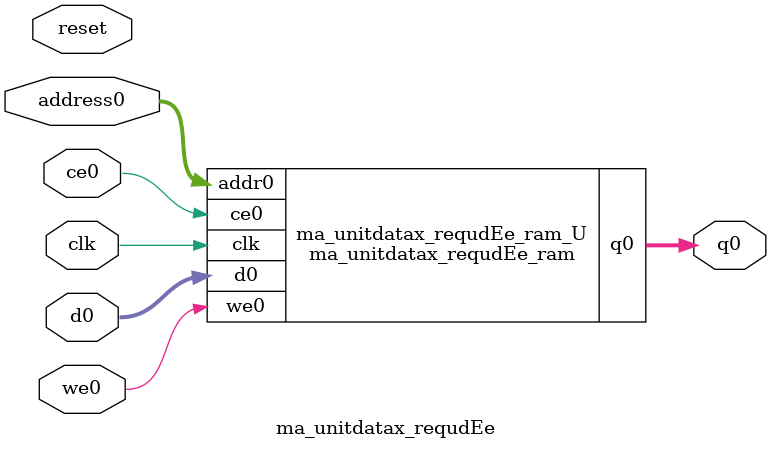
<source format=v>
`timescale 1 ns / 1 ps
module ma_unitdatax_requdEe_ram (addr0, ce0, d0, we0, q0,  clk);

parameter DWIDTH = 8;
parameter AWIDTH = 7;
parameter MEM_SIZE = 70;

input[AWIDTH-1:0] addr0;
input ce0;
input[DWIDTH-1:0] d0;
input we0;
output reg[DWIDTH-1:0] q0;
input clk;

(* ram_style = "distributed" *)reg [DWIDTH-1:0] ram[0:MEM_SIZE-1];




always @(posedge clk)  
begin 
    if (ce0) begin
        if (we0) 
            ram[addr0] <= d0; 
        q0 <= ram[addr0];
    end
end


endmodule

`timescale 1 ns / 1 ps
module ma_unitdatax_requdEe(
    reset,
    clk,
    address0,
    ce0,
    we0,
    d0,
    q0);

parameter DataWidth = 32'd8;
parameter AddressRange = 32'd70;
parameter AddressWidth = 32'd7;
input reset;
input clk;
input[AddressWidth - 1:0] address0;
input ce0;
input we0;
input[DataWidth - 1:0] d0;
output[DataWidth - 1:0] q0;



ma_unitdatax_requdEe_ram ma_unitdatax_requdEe_ram_U(
    .clk( clk ),
    .addr0( address0 ),
    .ce0( ce0 ),
    .we0( we0 ),
    .d0( d0 ),
    .q0( q0 ));

endmodule


</source>
